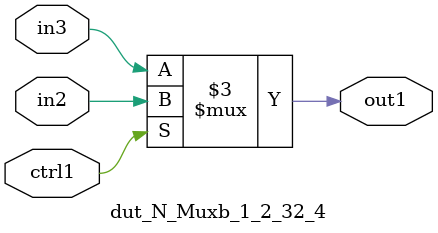
<source format=v>

`timescale 1ps / 1ps


module dut_N_Muxb_1_2_32_4( in3, in2, ctrl1, out1 );

    input in3;
    input in2;
    input ctrl1;
    output out1;
    reg out1;

    
    // rtl_process:dut_N_Muxb_1_2_32_4/dut_N_Muxb_1_2_32_4_thread_1
    always @*
      begin : dut_N_Muxb_1_2_32_4_thread_1
        case (ctrl1) 
          1'b1: 
            begin
              out1 = in2;
            end
          default: 
            begin
              out1 = in3;
            end
        endcase
      end

endmodule




</source>
